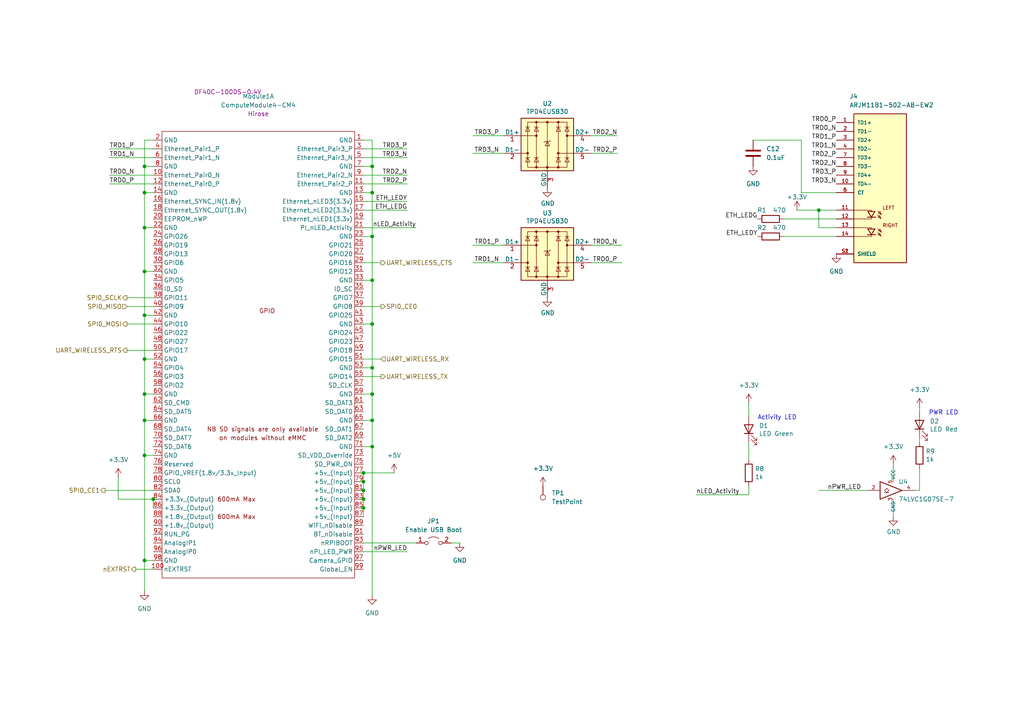
<source format=kicad_sch>
(kicad_sch (version 20211123) (generator eeschema)
  (paper "A4")
  (lib_symbols
    (symbol "ARJM11B1-502-AB-EW2:ARJM11B1-502-AB-EW2" (pin_names (offset 1.016))
      (property "Reference" "J" (at -7.62 24.13 0))
      (property "Value" "ARJM11B1-502-AB-EW2" (at -7.62 -22.86 0))
      (symbol "ARJM11B1-502-AB-EW2_0_0"
        (rectangle (start -7.62 -20.32) (end 7.62 22.86) (stroke (width 0.254)) (fill (type background)))
        (polyline (pts (xy -7.62 -10.16) (xy -2.54 -10.16)) (stroke (width 0.1524)))
        (polyline (pts (xy -7.62 -5.08) (xy -2.54 -5.08)) (stroke (width 0.1524)))
        (polyline (pts (xy -3.683 -12.192) (xy -2.54 -12.192)) (stroke (width 0.254)))
        (polyline (pts (xy -3.683 -7.112) (xy -2.54 -7.112)) (stroke (width 0.254)))
        (polyline (pts (xy -3.556 -10.541) (xy -2.54 -12.192)) (stroke (width 0.254)))
        (polyline (pts (xy -3.556 -10.541) (xy -1.524 -10.541)) (stroke (width 0.254)))
        (polyline (pts (xy -3.556 -5.461) (xy -2.54 -7.112)) (stroke (width 0.254)))
        (polyline (pts (xy -3.556 -5.461) (xy -1.524 -5.461)) (stroke (width 0.254)))
        (polyline (pts (xy -2.54 -12.7) (xy -7.62 -12.7)) (stroke (width 0.1524)))
        (polyline (pts (xy -2.54 -12.319) (xy -2.54 -12.7)) (stroke (width 0.1524)))
        (polyline (pts (xy -2.54 -12.192) (xy -1.524 -10.541)) (stroke (width 0.254)))
        (polyline (pts (xy -2.54 -12.192) (xy -1.27 -12.192)) (stroke (width 0.254)))
        (polyline (pts (xy -2.54 -10.16) (xy -2.54 -10.414)) (stroke (width 0.1524)))
        (polyline (pts (xy -2.54 -7.62) (xy -7.62 -7.62)) (stroke (width 0.1524)))
        (polyline (pts (xy -2.54 -7.239) (xy -2.54 -7.62)) (stroke (width 0.1524)))
        (polyline (pts (xy -2.54 -7.112) (xy -1.524 -5.461)) (stroke (width 0.254)))
        (polyline (pts (xy -2.54 -7.112) (xy -1.27 -7.112)) (stroke (width 0.254)))
        (polyline (pts (xy -2.54 -5.08) (xy -2.54 -5.334)) (stroke (width 0.1524)))
        (polyline (pts (xy -0.762 -11.557) (xy 0.254 -12.573)) (stroke (width 0.1524)))
        (polyline (pts (xy -0.762 -6.477) (xy 0.254 -7.493)) (stroke (width 0.1524)))
        (polyline (pts (xy -0.635 -10.414) (xy 0.381 -11.43)) (stroke (width 0.1524)))
        (polyline (pts (xy -0.635 -5.334) (xy 0.381 -6.35)) (stroke (width 0.1524)))
        (polyline (pts (xy 0.254 -12.573) (xy -0.127 -11.684) (xy -0.635 -12.192) (xy 0.254 -12.573)) (stroke (width 0.1524)) (fill (type background)))
        (polyline (pts (xy 0.254 -7.493) (xy -0.127 -6.604) (xy -0.635 -7.112) (xy 0.254 -7.493)) (stroke (width 0.1524)) (fill (type background)))
        (polyline (pts (xy 0.381 -11.43) (xy 0 -10.541) (xy -0.508 -11.049) (xy 0.381 -11.43)) (stroke (width 0.1524)) (fill (type background)))
        (polyline (pts (xy 0.381 -6.35) (xy 0 -5.461) (xy -0.508 -5.969) (xy 0.381 -6.35)) (stroke (width 0.1524)) (fill (type background)))
        (text "LEFT" (at 0.635 -3.81 0) (effects (font (size 1.016 1.016)) (justify left top)))
        (text "RIGHT" (at 0.635 -8.89 0) (effects (font (size 1.016 1.016)) (justify left top)))
        (pin passive line (at -12.7 20.32 0) (length 5.08) (name "TD1+") (number "1"))
        (pin passive line (at -12.7 2.54 0) (length 5.08) (name "TD4-") (number "10"))
        (pin passive line (at -12.7 -5.08 0) (length 5.08) (name "~") (number "11"))
        (pin passive line (at -12.7 -7.62 0) (length 5.08) (name "~") (number "12"))
        (pin passive line (at -12.7 -10.16 0) (length 5.08) (name "~") (number "13"))
        (pin passive line (at -12.7 -12.7 0) (length 5.08) (name "~") (number "14"))
        (pin passive line (at -12.7 17.78 0) (length 5.08) (name "TD1-") (number "2"))
        (pin passive line (at -12.7 15.24 0) (length 5.08) (name "TD2+") (number "3"))
        (pin passive line (at -12.7 12.7 0) (length 5.08) (name "TD2-") (number "4"))
        (pin passive line (at -12.7 0 0) (length 5.08) (name "CT") (number "5"))
        (pin passive line (at -12.7 0 0) (length 5.08) (name "CT") (number "6"))
        (pin passive line (at -12.7 10.16 0) (length 5.08) (name "TD3+") (number "7"))
        (pin passive line (at -12.7 7.62 0) (length 5.08) (name "TD3-") (number "8"))
        (pin passive line (at -12.7 5.08 0) (length 5.08) (name "TD4+") (number "9"))
        (pin passive line (at -12.7 -17.78 0) (length 5.08) (name "SHIELD") (number "S1"))
        (pin passive line (at -12.7 -17.78 0) (length 5.08) (name "SHIELD") (number "S2"))
      )
    )
    (symbol "CM4IO:74LVC1G07_copy"
      (property "Reference" "U" (at -2.54 3.81 0))
      (property "Value" "74LVC1G07_copy" (at 0 -3.81 0))
      (symbol "74LVC1G07_copy_0_1"
        (polyline (pts (xy -2.54 -0.635) (xy -1.27 -0.635)))
        (polyline (pts (xy -3.81 2.54) (xy -3.81 -2.54) (xy 2.54 0) (xy -3.81 2.54)) (stroke (width 0.254)))
        (polyline (pts (xy -1.905 0.635) (xy -2.54 0) (xy -1.905 -0.635) (xy -1.27 0) (xy -1.905 0.635)))
      )
      (symbol "74LVC1G07_copy_1_1"
        (pin input line (at -7.62 0 0) (length 3.81) (name "~") (number "2"))
        (pin power_in line (at 0 -2.54 270) (length 0) (name "GND") (number "3"))
        (pin open_collector line (at 6.35 0 180) (length 3.81) (name "~") (number "4"))
        (pin power_in line (at 0 2.54 90) (length 0) (name "VCC") (number "5"))
      )
    )
    (symbol "CM4IO:ComputeModule4-CM4"
      (property "Reference" "Module" (at 113.03 -68.58 0))
      (property "Value" "ComputeModule4-CM4" (at 140.97 2.54 0))
      (property "Field4" "Hirose" (at 0 0 0))
      (property "Field5" "2x DF40C-100DS-0.4V" (at 0 -2.54 0))
      (symbol "ComputeModule4-CM4_1_0"
        (text "GPIO" (at 0 6.35 0) (effects (font (size 1.27 1.27))))
      )
      (symbol "ComputeModule4-CM4_1_1"
        (rectangle (start -30.48 -71.12) (end 25.4 58.42))
        (text "600mA Max" (at -8.89 -53.34 0) (effects (font (size 1.27 1.27))))
        (text "600mA Max" (at -8.89 -48.26 0) (effects (font (size 1.27 1.27))))
        (text "NB SD signals are only available" (at -1.27 -27.94 0) (effects (font (size 1.27 1.27))))
        (text "on modules without eMMC" (at -1.27 -30.48 0) (effects (font (size 1.27 1.27))))
        (pin power_in line (at 27.94 55.88 180) (length 2.54) (name "GND") (number "1"))
        (pin passive line (at -33.02 45.72 0) (length 2.54) (name "Ethernet_Pair0_N") (number "10"))
        (pin output line (at -33.02 -68.58 0) (length 2.54) (name "nEXTRST") (number "100"))
        (pin passive line (at 27.94 43.18 180) (length 2.54) (name "Ethernet_Pair2_P") (number "11"))
        (pin passive line (at -33.02 43.18 0) (length 2.54) (name "Ethernet_Pair0_P") (number "12"))
        (pin power_in line (at 27.94 40.64 180) (length 2.54) (name "GND") (number "13"))
        (pin power_in line (at -33.02 40.64 0) (length 2.54) (name "GND") (number "14"))
        (pin output line (at 27.94 38.1 180) (length 2.54) (name "Ethernet_nLED3(3.3v)") (number "15"))
        (pin input line (at -33.02 38.1 0) (length 2.54) (name "Ethernet_SYNC_IN(1.8v)") (number "16"))
        (pin output line (at 27.94 35.56 180) (length 2.54) (name "Ethernet_nLED2(3.3v)") (number "17"))
        (pin input line (at -33.02 35.56 0) (length 2.54) (name "Ethernet_SYNC_OUT(1.8v)") (number "18"))
        (pin output line (at 27.94 33.02 180) (length 2.54) (name "Ethernet_nLED1(3.3v)") (number "19"))
        (pin power_in line (at -33.02 55.88 0) (length 2.54) (name "GND") (number "2"))
        (pin passive line (at -33.02 33.02 0) (length 2.54) (name "EEPROM_nWP") (number "20"))
        (pin open_collector line (at 27.94 30.48 180) (length 2.54) (name "PI_nLED_Activity") (number "21"))
        (pin power_in line (at -33.02 30.48 0) (length 2.54) (name "GND") (number "22"))
        (pin power_in line (at 27.94 27.94 180) (length 2.54) (name "GND") (number "23"))
        (pin passive line (at -33.02 27.94 0) (length 2.54) (name "GPIO26") (number "24"))
        (pin passive line (at 27.94 25.4 180) (length 2.54) (name "GPIO21") (number "25"))
        (pin passive line (at -33.02 25.4 0) (length 2.54) (name "GPIO19") (number "26"))
        (pin passive line (at 27.94 22.86 180) (length 2.54) (name "GPIO20") (number "27"))
        (pin passive line (at -33.02 22.86 0) (length 2.54) (name "GPIO13") (number "28"))
        (pin passive line (at 27.94 20.32 180) (length 2.54) (name "GPIO16") (number "29"))
        (pin passive line (at 27.94 53.34 180) (length 2.54) (name "Ethernet_Pair3_P") (number "3"))
        (pin passive line (at -33.02 20.32 0) (length 2.54) (name "GPIO6") (number "30"))
        (pin passive line (at 27.94 17.78 180) (length 2.54) (name "GPIO12") (number "31"))
        (pin power_in line (at -33.02 17.78 0) (length 2.54) (name "GND") (number "32"))
        (pin power_in line (at 27.94 15.24 180) (length 2.54) (name "GND") (number "33"))
        (pin passive line (at -33.02 15.24 0) (length 2.54) (name "GPIO5") (number "34"))
        (pin passive line (at 27.94 12.7 180) (length 2.54) (name "ID_SC") (number "35"))
        (pin passive line (at -33.02 12.7 0) (length 2.54) (name "ID_SD") (number "36"))
        (pin passive line (at 27.94 10.16 180) (length 2.54) (name "GPIO7") (number "37"))
        (pin passive line (at -33.02 10.16 0) (length 2.54) (name "GPIO11") (number "38"))
        (pin passive line (at 27.94 7.62 180) (length 2.54) (name "GPIO8") (number "39"))
        (pin passive line (at -33.02 53.34 0) (length 2.54) (name "Ethernet_Pair1_P") (number "4"))
        (pin passive line (at -33.02 7.62 0) (length 2.54) (name "GPIO9") (number "40"))
        (pin passive line (at 27.94 5.08 180) (length 2.54) (name "GPIO25") (number "41"))
        (pin power_in line (at -33.02 5.08 0) (length 2.54) (name "GND") (number "42"))
        (pin power_in line (at 27.94 2.54 180) (length 2.54) (name "GND") (number "43"))
        (pin passive line (at -33.02 2.54 0) (length 2.54) (name "GPIO10") (number "44"))
        (pin passive line (at 27.94 0 180) (length 2.54) (name "GPIO24") (number "45"))
        (pin passive line (at -33.02 0 0) (length 2.54) (name "GPIO22") (number "46"))
        (pin passive line (at 27.94 -2.54 180) (length 2.54) (name "GPIO23") (number "47"))
        (pin passive line (at -33.02 -2.54 0) (length 2.54) (name "GPIO27") (number "48"))
        (pin passive line (at 27.94 -5.08 180) (length 2.54) (name "GPIO18") (number "49"))
        (pin passive line (at 27.94 50.8 180) (length 2.54) (name "Ethernet_Pair3_N") (number "5"))
        (pin passive line (at -33.02 -5.08 0) (length 2.54) (name "GPIO17") (number "50"))
        (pin passive line (at 27.94 -7.62 180) (length 2.54) (name "GPIO15") (number "51"))
        (pin power_in line (at -33.02 -7.62 0) (length 2.54) (name "GND") (number "52"))
        (pin power_in line (at 27.94 -10.16 180) (length 2.54) (name "GND") (number "53"))
        (pin passive line (at -33.02 -10.16 0) (length 2.54) (name "GPIO4") (number "54"))
        (pin passive line (at 27.94 -12.7 180) (length 2.54) (name "GPIO14") (number "55"))
        (pin passive line (at -33.02 -12.7 0) (length 2.54) (name "GPIO3") (number "56"))
        (pin passive line (at 27.94 -15.24 180) (length 2.54) (name "SD_CLK") (number "57"))
        (pin passive line (at -33.02 -15.24 0) (length 2.54) (name "GPIO2") (number "58"))
        (pin power_in line (at 27.94 -17.78 180) (length 2.54) (name "GND") (number "59"))
        (pin passive line (at -33.02 50.8 0) (length 2.54) (name "Ethernet_Pair1_N") (number "6"))
        (pin power_in line (at -33.02 -17.78 0) (length 2.54) (name "GND") (number "60"))
        (pin passive line (at 27.94 -20.32 180) (length 2.54) (name "SD_DAT3") (number "61"))
        (pin passive line (at -33.02 -20.32 0) (length 2.54) (name "SD_CMD") (number "62"))
        (pin passive line (at 27.94 -22.86 180) (length 2.54) (name "SD_DAT0") (number "63"))
        (pin passive line (at -33.02 -22.86 0) (length 2.54) (name "SD_DAT5") (number "64"))
        (pin power_in line (at 27.94 -25.4 180) (length 2.54) (name "GND") (number "65"))
        (pin power_in line (at -33.02 -25.4 0) (length 2.54) (name "GND") (number "66"))
        (pin passive line (at 27.94 -27.94 180) (length 2.54) (name "SD_DAT1") (number "67"))
        (pin passive line (at -33.02 -27.94 0) (length 2.54) (name "SD_DAT4") (number "68"))
        (pin passive line (at 27.94 -30.48 180) (length 2.54) (name "SD_DAT2") (number "69"))
        (pin power_in line (at 27.94 48.26 180) (length 2.54) (name "GND") (number "7"))
        (pin passive line (at -33.02 -30.48 0) (length 2.54) (name "SD_DAT7") (number "70"))
        (pin power_in line (at 27.94 -33.02 180) (length 2.54) (name "GND") (number "71"))
        (pin passive line (at -33.02 -33.02 0) (length 2.54) (name "SD_DAT6") (number "72"))
        (pin input line (at 27.94 -35.56 180) (length 2.54) (name "SD_VDD_Override") (number "73"))
        (pin power_in line (at -33.02 -35.56 0) (length 2.54) (name "GND") (number "74"))
        (pin output line (at 27.94 -38.1 180) (length 2.54) (name "SD_PWR_ON") (number "75"))
        (pin passive line (at -33.02 -38.1 0) (length 2.54) (name "Reserved") (number "76"))
        (pin power_in line (at 27.94 -40.64 180) (length 2.54) (name "+5v_(Input)") (number "77"))
        (pin power_in line (at -33.02 -40.64 0) (length 2.54) (name "GPIO_VREF(1.8v/3.3v_Input)") (number "78"))
        (pin power_in line (at 27.94 -43.18 180) (length 2.54) (name "+5v_(Input)") (number "79"))
        (pin power_in line (at -33.02 48.26 0) (length 2.54) (name "GND") (number "8"))
        (pin passive line (at -33.02 -43.18 0) (length 2.54) (name "SCL0") (number "80"))
        (pin power_in line (at 27.94 -45.72 180) (length 2.54) (name "+5v_(Input)") (number "81"))
        (pin passive line (at -33.02 -45.72 0) (length 2.54) (name "SDA0") (number "82"))
        (pin power_in line (at 27.94 -48.26 180) (length 2.54) (name "+5v_(Input)") (number "83"))
        (pin power_out line (at -33.02 -48.26 0) (length 2.54) (name "+3.3v_(Output)") (number "84"))
        (pin power_in line (at 27.94 -50.8 180) (length 2.54) (name "+5v_(Input)") (number "85"))
        (pin power_out line (at -33.02 -50.8 0) (length 2.54) (name "+3.3v_(Output)") (number "86"))
        (pin power_in line (at 27.94 -53.34 180) (length 2.54) (name "+5v_(Input)") (number "87"))
        (pin power_out line (at -33.02 -53.34 0) (length 2.54) (name "+1.8v_(Output)") (number "88"))
        (pin power_in line (at 27.94 -55.88 180) (length 2.54) (name "WiFi_nDisable") (number "89"))
        (pin passive line (at 27.94 45.72 180) (length 2.54) (name "Ethernet_Pair2_N") (number "9"))
        (pin power_out line (at -33.02 -55.88 0) (length 2.54) (name "+1.8v_(Output)") (number "90"))
        (pin power_in line (at 27.94 -58.42 180) (length 2.54) (name "BT_nDisable") (number "91"))
        (pin passive line (at -33.02 -58.42 0) (length 2.54) (name "RUN_PG") (number "92"))
        (pin input line (at 27.94 -60.96 180) (length 2.54) (name "nRPIBOOT") (number "93"))
        (pin passive line (at -33.02 -60.96 0) (length 2.54) (name "AnalogIP1") (number "94"))
        (pin output line (at 27.94 -63.5 180) (length 2.54) (name "nPI_LED_PWR") (number "95"))
        (pin passive line (at -33.02 -63.5 0) (length 2.54) (name "AnalogIP0") (number "96"))
        (pin passive line (at 27.94 -66.04 180) (length 2.54) (name "Camera_GPIO") (number "97"))
        (pin power_in line (at -33.02 -66.04 0) (length 2.54) (name "GND") (number "98"))
        (pin input line (at 27.94 -68.58 180) (length 2.54) (name "Global_EN") (number "99"))
      )
      (symbol "ComputeModule4-CM4_2_1"
        (rectangle (start 114.3 -66.04) (end 165.1 63.5))
        (text "High Speed Serial" (at 140.97 0 0) (effects (font (size 1.27 1.27))))
        (pin input line (at 170.18 60.96 180) (length 5.08) (name "USB_OTG_ID") (number "101"))
        (pin input line (at 109.22 60.96 0) (length 5.08) (name "PCIe_CLK_nREQ") (number "102"))
        (pin passive line (at 170.18 58.42 180) (length 5.08) (name "USB2_N") (number "103"))
        (pin passive line (at 109.22 58.42 0) (length 5.08) (name "Reserved") (number "104"))
        (pin passive line (at 170.18 55.88 180) (length 5.08) (name "USB2_P") (number "105"))
        (pin passive line (at 109.22 55.88 0) (length 5.08) (name "Reserved") (number "106"))
        (pin power_in line (at 170.18 53.34 180) (length 5.08) (name "GND") (number "107"))
        (pin power_in line (at 109.22 53.34 0) (length 5.08) (name "GND") (number "108"))
        (pin bidirectional line (at 170.18 50.8 180) (length 5.08) (name "PCIe_nRST") (number "109"))
        (pin output line (at 109.22 50.8 0) (length 5.08) (name "PCIe_CLK_P") (number "110"))
        (pin passive line (at 170.18 48.26 180) (length 5.08) (name "VDAC_COMP") (number "111"))
        (pin output line (at 109.22 48.26 0) (length 5.08) (name "PCIe_CLK_N") (number "112"))
        (pin power_in line (at 170.18 45.72 180) (length 5.08) (name "GND") (number "113"))
        (pin power_in line (at 109.22 45.72 0) (length 5.08) (name "GND") (number "114"))
        (pin input line (at 170.18 43.18 180) (length 5.08) (name "CAM1_D0_N") (number "115"))
        (pin input line (at 109.22 43.18 0) (length 5.08) (name "PCIe_RX_P") (number "116"))
        (pin input line (at 170.18 40.64 180) (length 5.08) (name "CAM1_D0_P") (number "117"))
        (pin input line (at 109.22 40.64 0) (length 5.08) (name "PCIe_RX_N") (number "118"))
        (pin power_in line (at 170.18 38.1 180) (length 5.08) (name "GND") (number "119"))
        (pin power_in line (at 109.22 38.1 0) (length 5.08) (name "GND") (number "120"))
        (pin input line (at 170.18 35.56 180) (length 5.08) (name "CAM1_D1_N") (number "121"))
        (pin output line (at 109.22 35.56 0) (length 5.08) (name "PCIe_TX_P") (number "122"))
        (pin input line (at 170.18 33.02 180) (length 5.08) (name "CAM1_D1_P") (number "123"))
        (pin output line (at 109.22 33.02 0) (length 5.08) (name "PCIe_TX_N") (number "124"))
        (pin power_in line (at 170.18 30.48 180) (length 5.08) (name "GND") (number "125"))
        (pin power_in line (at 109.22 30.48 0) (length 5.08) (name "GND") (number "126"))
        (pin input line (at 170.18 27.94 180) (length 5.08) (name "CAM1_C_N") (number "127"))
        (pin input line (at 109.22 27.94 0) (length 5.08) (name "CAM0_D0_N") (number "128"))
        (pin input line (at 170.18 25.4 180) (length 5.08) (name "CAM1_C_P") (number "129"))
        (pin input line (at 109.22 25.4 0) (length 5.08) (name "CAM0_D0_P") (number "130"))
        (pin power_in line (at 170.18 22.86 180) (length 5.08) (name "GND") (number "131"))
        (pin power_in line (at 109.22 22.86 0) (length 5.08) (name "GND") (number "132"))
        (pin input line (at 170.18 20.32 180) (length 5.08) (name "CAM1_D2_N") (number "133"))
        (pin input line (at 109.22 20.32 0) (length 5.08) (name "CAM0_D1_N") (number "134"))
        (pin input line (at 170.18 17.78 180) (length 5.08) (name "CAM1_D2_P") (number "135"))
        (pin input line (at 109.22 17.78 0) (length 5.08) (name "CAM0_D1_P") (number "136"))
        (pin power_in line (at 170.18 15.24 180) (length 5.08) (name "GND") (number "137"))
        (pin power_in line (at 109.22 15.24 0) (length 5.08) (name "GND") (number "138"))
        (pin input line (at 170.18 12.7 180) (length 5.08) (name "CAM1_D3_N") (number "139"))
        (pin input line (at 109.22 12.7 0) (length 5.08) (name "CAM0_C_N") (number "140"))
        (pin input line (at 170.18 10.16 180) (length 5.08) (name "CAM1_D3_P") (number "141"))
        (pin input line (at 109.22 10.16 0) (length 5.08) (name "CAM0_C_P") (number "142"))
        (pin input line (at 170.18 7.62 180) (length 5.08) (name "HDMI1_HOTPLUG") (number "143"))
        (pin power_in line (at 109.22 7.62 0) (length 5.08) (name "GND") (number "144"))
        (pin bidirectional line (at 170.18 5.08 180) (length 5.08) (name "HDMI1_SDA") (number "145"))
        (pin output line (at 109.22 5.08 0) (length 5.08) (name "HDMI1_TX2_P") (number "146"))
        (pin open_collector line (at 170.18 2.54 180) (length 5.08) (name "HDMI1_SCL") (number "147"))
        (pin output line (at 109.22 2.54 0) (length 5.08) (name "HDMI1_TX2_N") (number "148"))
        (pin open_collector line (at 170.18 0 180) (length 5.08) (name "HDMI1_CEC") (number "149"))
        (pin power_in line (at 109.22 0 0) (length 5.08) (name "GND") (number "150"))
        (pin open_collector line (at 170.18 -2.54 180) (length 5.08) (name "HDMI0_CEC") (number "151"))
        (pin output line (at 109.22 -2.54 0) (length 5.08) (name "HDMI1_TX1_P") (number "152"))
        (pin input line (at 170.18 -5.08 180) (length 5.08) (name "HDMI0_HOTPLUG") (number "153"))
        (pin output line (at 109.22 -5.08 0) (length 5.08) (name "HDMI1_TX1_N") (number "154"))
        (pin power_in line (at 170.18 -7.62 180) (length 5.08) (name "GND") (number "155"))
        (pin power_in line (at 109.22 -7.62 0) (length 5.08) (name "GND") (number "156"))
        (pin output line (at 170.18 -10.16 180) (length 5.08) (name "DSI0_D0_N") (number "157"))
        (pin output line (at 109.22 -10.16 0) (length 5.08) (name "HDMI1_TX0_P") (number "158"))
        (pin output line (at 170.18 -12.7 180) (length 5.08) (name "DSI0_D0_P") (number "159"))
        (pin output line (at 109.22 -12.7 0) (length 5.08) (name "HDMI1_TX0_N") (number "160"))
        (pin power_in line (at 170.18 -15.24 180) (length 5.08) (name "GND") (number "161"))
        (pin power_in line (at 109.22 -15.24 0) (length 5.08) (name "GND") (number "162"))
        (pin output line (at 170.18 -17.78 180) (length 5.08) (name "DSI0_D1_N") (number "163"))
        (pin output line (at 109.22 -17.78 0) (length 5.08) (name "HDMI1_CLK_P") (number "164"))
        (pin output line (at 170.18 -20.32 180) (length 5.08) (name "DSI0_D1_P") (number "165"))
        (pin output line (at 109.22 -20.32 0) (length 5.08) (name "HDMI1_CLK_N") (number "166"))
        (pin power_in line (at 170.18 -22.86 180) (length 5.08) (name "GND") (number "167"))
        (pin power_in line (at 109.22 -22.86 0) (length 5.08) (name "GND") (number "168"))
        (pin output line (at 170.18 -25.4 180) (length 5.08) (name "DSI0_C_N") (number "169"))
        (pin output line (at 109.22 -25.4 0) (length 5.08) (name "HDMI0_TX2_P") (number "170"))
        (pin output line (at 170.18 -27.94 180) (length 5.08) (name "DSI0_C_P") (number "171"))
        (pin output line (at 109.22 -27.94 0) (length 5.08) (name "HDMI0_TX2_N") (number "172"))
        (pin power_in line (at 170.18 -30.48 180) (length 5.08) (name "GND") (number "173"))
        (pin power_in line (at 109.22 -30.48 0) (length 5.08) (name "GND") (number "174"))
        (pin output line (at 170.18 -33.02 180) (length 5.08) (name "DSI1_D0_N") (number "175"))
        (pin output line (at 109.22 -33.02 0) (length 5.08) (name "HDMI0_TX1_P") (number "176"))
        (pin output line (at 170.18 -35.56 180) (length 5.08) (name "DSI1_D0_P") (number "177"))
        (pin output line (at 109.22 -35.56 0) (length 5.08) (name "HDMI0_TX1_N") (number "178"))
        (pin power_in line (at 170.18 -38.1 180) (length 5.08) (name "GND") (number "179"))
        (pin power_in line (at 109.22 -38.1 0) (length 5.08) (name "GND") (number "180"))
        (pin output line (at 170.18 -40.64 180) (length 5.08) (name "DSI1_D1_N") (number "181"))
        (pin output line (at 109.22 -40.64 0) (length 5.08) (name "HDMI0_TX0_P") (number "182"))
        (pin output line (at 170.18 -43.18 180) (length 5.08) (name "DSI1_D1_P") (number "183"))
        (pin output line (at 109.22 -43.18 0) (length 5.08) (name "HDMI0_TX0_N") (number "184"))
        (pin power_in line (at 170.18 -45.72 180) (length 5.08) (name "GND") (number "185"))
        (pin power_in line (at 109.22 -45.72 0) (length 5.08) (name "GND") (number "186"))
        (pin output line (at 170.18 -48.26 180) (length 5.08) (name "DSI1_C_N") (number "187"))
        (pin output line (at 109.22 -48.26 0) (length 5.08) (name "HDMI0_CLK_P") (number "188"))
        (pin output line (at 170.18 -50.8 180) (length 5.08) (name "DSI1_C_P") (number "189"))
        (pin output line (at 109.22 -50.8 0) (length 5.08) (name "HDMI0_CLK_N") (number "190"))
        (pin power_in line (at 170.18 -53.34 180) (length 5.08) (name "GND") (number "191"))
        (pin power_in line (at 109.22 -53.34 0) (length 5.08) (name "GND") (number "192"))
        (pin output line (at 170.18 -55.88 180) (length 5.08) (name "DSI1_D2_N") (number "193"))
        (pin output line (at 109.22 -55.88 0) (length 5.08) (name "DSI1_D3_N") (number "194"))
        (pin output line (at 170.18 -58.42 180) (length 5.08) (name "DSI1_D2_P") (number "195"))
        (pin output line (at 109.22 -58.42 0) (length 5.08) (name "DSI1_D3_P") (number "196"))
        (pin power_in line (at 170.18 -60.96 180) (length 5.08) (name "GND") (number "197"))
        (pin power_in line (at 109.22 -60.96 0) (length 5.08) (name "GND") (number "198"))
        (pin bidirectional line (at 170.18 -63.5 180) (length 5.08) (name "HDMI0_SDA") (number "199"))
        (pin open_collector line (at 109.22 -63.5 0) (length 5.08) (name "HDMI0_SCL") (number "200"))
      )
    )
    (symbol "CM4IO:TPD4EUSB30" (pin_names (offset 0))
      (property "Reference" "U" (at -0.635 8.89 0))
      (property "Value" "TPD4EUSB30" (at 8.89 -10.16 0))
      (symbol "TPD4EUSB30_0_0"
        (rectangle (start -5.715 6.477) (end 5.715 -6.604))
        (polyline (pts (xy -3.175 -6.604) (xy -3.175 6.477)))
        (polyline (pts (xy 0 6.477) (xy 0 -6.604)))
        (polyline (pts (xy 3.175 6.477) (xy 3.175 -6.604)))
      )
      (symbol "TPD4EUSB30_0_1"
        (rectangle (start -7.62 7.62) (end 7.62 -7.62) (stroke (width 0.254)) (fill (type background)))
        (circle (center -5.715 -2.54) (radius 0.2794) (fill (type outline)))
        (circle (center -3.175 -6.604) (radius 0.2794) (fill (type outline)))
        (circle (center -3.175 2.54) (radius 0.2794) (fill (type outline)))
        (circle (center -3.175 6.477) (radius 0.2794) (fill (type outline)))
        (circle (center 0 -6.604) (radius 0.2794) (fill (type outline)))
        (polyline (pts (xy -7.747 2.54) (xy -3.175 2.54)))
        (polyline (pts (xy -7.62 -2.54) (xy -5.715 -2.54)))
        (polyline (pts (xy -5.08 -3.81) (xy -6.35 -3.81)))
        (polyline (pts (xy -5.08 5.08) (xy -6.35 5.08)))
        (polyline (pts (xy -2.54 -3.81) (xy -3.81 -3.81)))
        (polyline (pts (xy -2.54 5.08) (xy -3.81 5.08)))
        (polyline (pts (xy -0.635 0.889) (xy -1.016 0.635)))
        (polyline (pts (xy 0 -6.604) (xy 0 -7.62)))
        (polyline (pts (xy 0.635 0.889) (xy -0.635 0.889)))
        (polyline (pts (xy 0.635 0.889) (xy 1.016 1.143)))
        (polyline (pts (xy 3.81 -3.81) (xy 2.54 -3.81)))
        (polyline (pts (xy 3.81 5.08) (xy 2.54 5.08)))
        (polyline (pts (xy 6.35 -3.81) (xy 5.08 -3.81)))
        (polyline (pts (xy 6.35 5.08) (xy 5.08 5.08)))
        (polyline (pts (xy 7.62 -2.54) (xy 3.175 -2.54)))
        (polyline (pts (xy 7.62 2.54) (xy 5.715 2.54)))
        (polyline (pts (xy -5.08 -5.08) (xy -6.35 -5.08) (xy -5.715 -3.81) (xy -5.08 -5.08)))
        (polyline (pts (xy -5.08 3.81) (xy -6.35 3.81) (xy -5.715 5.08) (xy -5.08 3.81)))
        (polyline (pts (xy -2.54 -5.08) (xy -3.81 -5.08) (xy -3.175 -3.81) (xy -2.54 -5.08)))
        (polyline (pts (xy -2.54 3.81) (xy -3.81 3.81) (xy -3.175 5.08) (xy -2.54 3.81)))
        (polyline (pts (xy 0.635 -0.381) (xy -0.635 -0.381) (xy 0 0.889) (xy 0.635 -0.381)))
        (polyline (pts (xy 3.81 -5.08) (xy 2.54 -5.08) (xy 3.175 -3.81) (xy 3.81 -5.08)))
        (polyline (pts (xy 3.81 3.81) (xy 2.54 3.81) (xy 3.175 5.08) (xy 3.81 3.81)))
        (polyline (pts (xy 6.35 -5.08) (xy 5.08 -5.08) (xy 5.715 -3.81) (xy 6.35 -5.08)))
        (polyline (pts (xy 6.35 3.81) (xy 5.08 3.81) (xy 5.715 5.08) (xy 6.35 3.81)))
        (circle (center 0 6.477) (radius 0.2794) (fill (type outline)))
        (circle (center 3.175 -6.604) (radius 0.2794) (fill (type outline)))
        (circle (center 3.175 -2.54) (radius 0.2794) (fill (type outline)))
        (circle (center 3.175 6.477) (radius 0.2794) (fill (type outline)))
        (circle (center 5.715 2.54) (radius 0.2794) (fill (type outline)))
      )
      (symbol "TPD4EUSB30_1_1"
        (pin passive line (at -12.7 2.54 0) (length 5.08) (name "D1+") (number "1"))
        (pin passive line (at -12.7 2.54 0) (length 5.08) hide (name "~") (number "10"))
        (pin passive line (at -12.7 -2.54 0) (length 5.08) (name "D1-") (number "2"))
        (pin power_in line (at 0 -12.7 90) (length 5.08) (name "GND") (number "3"))
        (pin passive line (at 12.7 2.54 180) (length 5.08) (name "D2+") (number "4"))
        (pin passive line (at 12.7 -2.54 180) (length 5.08) (name "D2-") (number "5"))
        (pin passive line (at 12.7 -2.54 180) (length 5.08) hide (name "~") (number "6"))
        (pin passive line (at 12.7 2.54 180) (length 5.08) hide (name "~") (number "7"))
        (pin passive line (at 0 -12.7 90) (length 5.08) hide (name "GND") (number "8"))
        (pin passive line (at -12.7 -2.54 0) (length 5.08) hide (name "~") (number "9"))
      )
    )
    (symbol "Connector:TestPoint" (pin_numbers hide) (pin_names (offset 0.762) hide)
      (property "Reference" "TP" (at 0 6.858 0))
      (property "Value" "TestPoint" (at 0 5.08 0))
      (symbol "TestPoint_0_1"
        (circle (center 0 3.302) (radius 0.762))
      )
      (symbol "TestPoint_1_1"
        (pin passive line (at 0 0 90) (length 2.54) (name "1") (number "1"))
      )
    )
    (symbol "Device:C" (pin_numbers hide) (pin_names (offset 0.254))
      (property "Reference" "C" (at 0.635 2.54 0))
      (property "Value" "C" (at 0.635 -2.54 0))
      (symbol "C_0_1"
        (polyline (pts (xy -2.032 -0.762) (xy 2.032 -0.762)) (stroke (width 0.508)))
        (polyline (pts (xy -2.032 0.762) (xy 2.032 0.762)) (stroke (width 0.508)))
      )
      (symbol "C_1_1"
        (pin passive line (at 0 3.81 270) (length 2.794) (name "~") (number "1"))
        (pin passive line (at 0 -3.81 90) (length 2.794) (name "~") (number "2"))
      )
    )
    (symbol "Device:LED" (pin_numbers hide) (pin_names (offset 1.016) hide)
      (property "Reference" "D" (at 0 2.54 0))
      (property "Value" "LED" (at 0 -2.54 0))
      (symbol "LED_0_1"
        (polyline (pts (xy -1.27 -1.27) (xy -1.27 1.27)) (stroke (width 0.254)))
        (polyline (pts (xy -1.27 0) (xy 1.27 0)))
        (polyline (pts (xy 1.27 -1.27) (xy 1.27 1.27) (xy -1.27 0) (xy 1.27 -1.27)) (stroke (width 0.254)))
        (polyline (pts (xy -3.048 -0.762) (xy -4.572 -2.286) (xy -3.81 -2.286) (xy -4.572 -2.286) (xy -4.572 -1.524)))
        (polyline (pts (xy -1.778 -0.762) (xy -3.302 -2.286) (xy -2.54 -2.286) (xy -3.302 -2.286) (xy -3.302 -1.524)))
      )
      (symbol "LED_1_1"
        (pin passive line (at -3.81 0 0) (length 2.54) (name "K") (number "1"))
        (pin passive line (at 3.81 0 180) (length 2.54) (name "A") (number "2"))
      )
    )
    (symbol "Device:R" (pin_numbers hide) (pin_names (offset 0))
      (property "Reference" "R" (at 2.032 0 90))
      (property "Value" "R" (at 0 0 90))
      (symbol "R_0_1"
        (rectangle (start -1.016 -2.54) (end 1.016 2.54) (stroke (width 0.254)))
      )
      (symbol "R_1_1"
        (pin passive line (at 0 3.81 270) (length 1.27) (name "~") (number "1"))
        (pin passive line (at 0 -3.81 90) (length 1.27) (name "~") (number "2"))
      )
    )
    (symbol "Jumper:Jumper_2_Open" (pin_names (offset 0) hide)
      (property "Reference" "JP" (at 0 2.794 0))
      (property "Value" "Jumper_2_Open" (at 0 -2.286 0))
      (symbol "Jumper_2_Open_0_0"
        (circle (center -2.032 0) (radius 0.508))
        (circle (center 2.032 0) (radius 0.508))
      )
      (symbol "Jumper_2_Open_0_1"
        (arc (start 1.524 1.27) (mid 0 1.778) (end -1.524 1.27))
      )
      (symbol "Jumper_2_Open_1_1"
        (pin passive line (at -5.08 0 0) (length 2.54) (name "A") (number "1"))
        (pin passive line (at 5.08 0 180) (length 2.54) (name "B") (number "2"))
      )
    )
    (symbol "power:+3.3V" (power) (pin_names (offset 0))
      (property "Value" "+3.3V" (at 0 3.556 0))
      (symbol "+3.3V_0_1"
        (polyline (pts (xy -0.762 1.27) (xy 0 2.54)))
        (polyline (pts (xy 0 0) (xy 0 2.54)))
        (polyline (pts (xy 0 2.54) (xy 0.762 1.27)))
      )
      (symbol "+3.3V_1_1"
        (pin power_in line (at 0 0 90) (length 0) hide (name "+3.3V") (number "1"))
      )
    )
    (symbol "power:+5V" (power) (pin_names (offset 0))
      (property "Value" "+5V" (at 0 3.556 0))
      (symbol "+5V_0_1"
        (polyline (pts (xy -0.762 1.27) (xy 0 2.54)))
        (polyline (pts (xy 0 0) (xy 0 2.54)))
        (polyline (pts (xy 0 2.54) (xy 0.762 1.27)))
      )
      (symbol "+5V_1_1"
        (pin power_in line (at 0 0 90) (length 0) hide (name "+5V") (number "1"))
      )
    )
    (symbol "power:GND" (power) (pin_names (offset 0))
      (property "Value" "GND" (at 0 -3.81 0))
      (symbol "GND_0_1"
        (polyline (pts (xy 0 0) (xy 0 -1.27) (xy 1.27 -1.27) (xy 0 -2.54) (xy -1.27 -1.27) (xy 0 -1.27)))
      )
      (symbol "GND_1_1"
        (pin power_in line (at 0 0 270) (length 0) hide (name "GND") (number "1"))
      )
    )
  )
  (junction (at 41.91 114.3))
  (junction (at 41.91 48.26))
  (junction (at 44.45 144.78))
  (junction (at 105.41 147.32))
  (junction (at 107.95 81.28))
  (junction (at 41.91 162.56))
  (junction (at 107.95 114.3))
  (junction (at 105.41 144.78))
  (junction (at 107.95 129.54))
  (junction (at 41.91 91.44))
  (junction (at 41.91 121.92))
  (junction (at 105.41 139.7))
  (junction (at 105.41 137.16))
  (junction (at 107.95 121.92))
  (junction (at 107.95 93.98))
  (junction (at 41.91 132.08))
  (junction (at 107.95 55.88))
  (junction (at 41.91 104.14))
  (junction (at 41.91 55.88))
  (junction (at 107.95 68.58))
  (junction (at 41.91 66.04))
  (junction (at 237.49 60.96))
  (junction (at 41.91 78.74))
  (junction (at 107.95 106.68))
  (junction (at 107.95 48.26))
  (junction (at 105.41 142.24))
  (wire (pts (xy 105.41 142.24) (xy 105.41 139.7)))
  (wire (pts (xy 41.91 91.44) (xy 44.45 91.44)))
  (wire (pts (xy 137.16 71.12) (xy 146.05 71.12)))
  (wire (pts (xy 107.95 106.68) (xy 107.95 114.3)))
  (wire (pts (xy 39.37 165.1) (xy 44.45 165.1)))
  (wire (pts (xy 30.48 142.24) (xy 44.45 142.24)))
  (wire (pts (xy 36.83 93.98) (xy 44.45 93.98)))
  (wire (pts (xy 105.41 157.48) (xy 120.65 157.48)))
  (wire (pts (xy 41.91 66.04) (xy 44.45 66.04)))
  (wire (pts (xy 31.75 53.34) (xy 44.45 53.34)))
  (wire (pts (xy 41.91 66.04) (xy 41.91 78.74)))
  (wire (pts (xy 41.91 48.26) (xy 41.91 55.88)))
  (wire (pts (xy 41.91 78.74) (xy 44.45 78.74)))
  (wire (pts (xy 118.11 60.96) (xy 105.41 60.96)))
  (wire (pts (xy 217.17 120.65) (xy 217.17 116.84)))
  (wire (pts (xy 237.49 142.24) (xy 251.46 142.24)))
  (wire (pts (xy 36.83 86.36) (xy 44.45 86.36)))
  (wire (pts (xy 171.45 39.37) (xy 179.07 39.37)))
  (wire (pts (xy 41.91 162.56) (xy 44.45 162.56)))
  (wire (pts (xy 31.75 50.8) (xy 44.45 50.8)))
  (wire (pts (xy 105.41 147.32) (xy 105.41 144.78)))
  (wire (pts (xy 34.29 144.78) (xy 44.45 144.78)))
  (wire (pts (xy 107.95 114.3) (xy 107.95 121.92)))
  (wire (pts (xy 118.11 58.42) (xy 105.41 58.42)))
  (wire (pts (xy 44.45 40.64) (xy 41.91 40.64)))
  (wire (pts (xy 171.45 76.2) (xy 180.34 76.2)))
  (wire (pts (xy 118.11 43.18) (xy 105.41 43.18)))
  (wire (pts (xy 31.75 45.72) (xy 44.45 45.72)))
  (wire (pts (xy 110.49 76.2) (xy 105.41 76.2)))
  (wire (pts (xy 105.41 114.3) (xy 107.95 114.3)))
  (wire (pts (xy 217.17 128.27) (xy 217.17 133.35)))
  (wire (pts (xy 41.91 91.44) (xy 41.91 104.14)))
  (wire (pts (xy 118.11 45.72) (xy 105.41 45.72)))
  (wire (pts (xy 217.17 143.51) (xy 217.17 140.97)))
  (wire (pts (xy 105.41 68.58) (xy 107.95 68.58)))
  (wire (pts (xy 118.11 50.8) (xy 105.41 50.8)))
  (wire (pts (xy 41.91 40.64) (xy 41.91 48.26)))
  (wire (pts (xy 105.41 149.86) (xy 105.41 147.32)))
  (wire (pts (xy 237.49 66.04) (xy 237.49 60.96)))
  (wire (pts (xy 41.91 104.14) (xy 44.45 104.14)))
  (wire (pts (xy 266.7 135.89) (xy 266.7 142.24)))
  (wire (pts (xy 218.44 40.64) (xy 232.41 40.64)))
  (wire (pts (xy 36.83 101.6) (xy 44.45 101.6)))
  (wire (pts (xy 107.95 40.64) (xy 107.95 48.26)))
  (wire (pts (xy 105.41 55.88) (xy 107.95 55.88)))
  (wire (pts (xy 41.91 114.3) (xy 41.91 121.92)))
  (wire (pts (xy 171.45 71.12) (xy 180.34 71.12)))
  (wire (pts (xy 110.49 109.22) (xy 105.41 109.22)))
  (wire (pts (xy 137.16 39.37) (xy 146.05 39.37)))
  (wire (pts (xy 36.83 88.9) (xy 44.45 88.9)))
  (wire (pts (xy 105.41 121.92) (xy 107.95 121.92)))
  (wire (pts (xy 44.45 147.32) (xy 44.45 144.78)))
  (wire (pts (xy 105.41 144.78) (xy 105.41 142.24)))
  (wire (pts (xy 107.95 121.92) (xy 107.95 129.54)))
  (wire (pts (xy 41.91 121.92) (xy 44.45 121.92)))
  (wire (pts (xy 41.91 104.14) (xy 41.91 114.3)))
  (wire (pts (xy 107.95 81.28) (xy 107.95 93.98)))
  (wire (pts (xy 105.41 40.64) (xy 107.95 40.64)))
  (wire (pts (xy 110.49 88.9) (xy 105.41 88.9)))
  (wire (pts (xy 107.95 129.54) (xy 107.95 172.72)))
  (wire (pts (xy 41.91 162.56) (xy 41.91 171.45)))
  (wire (pts (xy 105.41 48.26) (xy 107.95 48.26)))
  (wire (pts (xy 130.81 157.48) (xy 133.35 157.48)))
  (wire (pts (xy 232.41 40.64) (xy 232.41 55.88)))
  (wire (pts (xy 107.95 48.26) (xy 107.95 55.88)))
  (wire (pts (xy 105.41 129.54) (xy 107.95 129.54)))
  (wire (pts (xy 41.91 78.74) (xy 41.91 91.44)))
  (wire (pts (xy 231.14 60.96) (xy 237.49 60.96)))
  (wire (pts (xy 41.91 55.88) (xy 44.45 55.88)))
  (wire (pts (xy 259.08 144.78) (xy 259.08 149.86)))
  (wire (pts (xy 105.41 106.68) (xy 107.95 106.68)))
  (wire (pts (xy 105.41 104.14) (xy 110.49 104.14)))
  (wire (pts (xy 266.7 119.38) (xy 266.7 118.11)))
  (wire (pts (xy 105.41 160.02) (xy 118.11 160.02)))
  (wire (pts (xy 146.05 76.2) (xy 137.16 76.2)))
  (wire (pts (xy 227.33 68.58) (xy 242.57 68.58)))
  (wire (pts (xy 137.16 44.45) (xy 146.05 44.45)))
  (wire (pts (xy 41.91 114.3) (xy 44.45 114.3)))
  (wire (pts (xy 105.41 137.16) (xy 114.3 137.16)))
  (wire (pts (xy 107.95 93.98) (xy 107.95 106.68)))
  (wire (pts (xy 41.91 48.26) (xy 44.45 48.26)))
  (wire (pts (xy 266.7 142.24) (xy 265.43 142.24)))
  (wire (pts (xy 34.29 138.43) (xy 34.29 144.78)))
  (wire (pts (xy 41.91 132.08) (xy 44.45 132.08)))
  (wire (pts (xy 41.91 132.08) (xy 41.91 162.56)))
  (wire (pts (xy 105.41 93.98) (xy 107.95 93.98)))
  (wire (pts (xy 259.08 139.7) (xy 259.08 134.62)))
  (wire (pts (xy 105.41 66.04) (xy 120.65 66.04)))
  (wire (pts (xy 201.93 143.51) (xy 217.17 143.51)))
  (wire (pts (xy 107.95 68.58) (xy 107.95 81.28)))
  (wire (pts (xy 105.41 81.28) (xy 107.95 81.28)))
  (wire (pts (xy 232.41 55.88) (xy 242.57 55.88)))
  (wire (pts (xy 266.7 127) (xy 266.7 128.27)))
  (wire (pts (xy 237.49 60.96) (xy 242.57 60.96)))
  (wire (pts (xy 41.91 121.92) (xy 41.91 132.08)))
  (wire (pts (xy 41.91 55.88) (xy 41.91 66.04)))
  (wire (pts (xy 118.11 53.34) (xy 105.41 53.34)))
  (wire (pts (xy 227.33 63.5) (xy 242.57 63.5)))
  (wire (pts (xy 242.57 66.04) (xy 237.49 66.04)))
  (wire (pts (xy 107.95 55.88) (xy 107.95 68.58)))
  (wire (pts (xy 171.45 44.45) (xy 179.07 44.45)))
  (wire (pts (xy 105.41 139.7) (xy 105.41 137.16)))
  (wire (pts (xy 31.75 43.18) (xy 44.45 43.18)))
  (text "PWR LED" (at 269.367 120.523 0) (effects (font (size 1.27 1.27)) (justify left bottom)))
  (text "Activity LED" (at 219.71 121.92 0) (effects (font (size 1.27 1.27)) (justify left bottom)))
  (label "TRD2_P" (at 179.07 44.45 180))
  (label "TRD2_N" (at 118.11 50.8 180))
  (label "TRD1_P" (at 242.57 40.64 180))
  (label "ETH_LEDG" (at 219.71 63.5 180))
  (label "nLED_Activity" (at 201.93 143.51 0))
  (label "TRD0_N" (at 242.57 38.1 180))
  (label "TRD2_P" (at 118.11 53.34 180))
  (label "TRD1_N" (at 242.57 43.18 180))
  (label "TRD0_N" (at 31.75 50.8 0))
  (label "ETH_LEDY" (at 118.11 58.42 180))
  (label "nPWR_LED" (at 118.11 160.02 180))
  (label "TRD0_N" (at 179.07 71.12 180))
  (label "TRD3_P" (at 118.11 43.18 180))
  (label "TRD2_N" (at 179.07 39.37 180))
  (label "nPWR_LED" (at 240.03 142.24 0))
  (label "TRD3_N" (at 242.57 53.34 180))
  (label "TRD1_P" (at 31.75 43.18 0))
  (label "TRD1_N" (at 31.75 45.72 0))
  (label "ETH_LEDY" (at 219.71 68.58 180))
  (label "TRD0_P" (at 242.57 35.56 180))
  (label "TRD3_N" (at 118.11 45.72 180))
  (label "TRD1_P" (at 144.78 71.12 180))
  (label "TRD2_P" (at 242.57 45.72 180))
  (label "ETH_LEDG" (at 118.11 60.96 180))
  (label "TRD1_N" (at 144.78 76.2 180))
  (label "TRD0_P" (at 179.07 76.2 180))
  (label "TRD3_P" (at 242.57 50.8 180))
  (label "TRD2_N" (at 242.57 48.26 180))
  (label "nLED_Activity" (at 120.65 66.04 180))
  (label "TRD3_N" (at 144.78 44.45 180))
  (label "TRD3_P" (at 144.78 39.37 180))
  (label "TRD0_P" (at 31.75 53.34 0))
  (hierarchical_label "SPI0_MISO" (shape input) (at 36.83 88.9 180))
  (hierarchical_label "SPI0_CE0" (shape output) (at 110.49 88.9 0))
  (hierarchical_label "UART_WIRELESS_RX" (shape input) (at 110.49 104.14 0))
  (hierarchical_label "UART_WIRELESS_CTS" (shape output) (at 110.49 76.2 0))
  (hierarchical_label "SPI0_MOSI" (shape output) (at 36.83 93.98 180))
  (hierarchical_label "nEXTRST" (shape output) (at 39.37 165.1 180))
  (hierarchical_label "UART_WIRELESS_RTS" (shape output) (at 36.83 101.6 180))
  (hierarchical_label "SPI0_SCLK" (shape output) (at 36.83 86.36 180))
  (hierarchical_label "UART_WIRELESS_TX" (shape output) (at 110.49 109.22 0))
  (hierarchical_label "SPI0_CE1" (shape output) (at 30.48 142.24 180))
  (symbol (lib_id "power:+3.3V") (at 259.08 134.62 0) (unit 1)
    (property "Reference" "#PWR0138" (effects hide))
    (property "Value" "+3.3V" (at 259.08 129.54 0))
  )
  (symbol (lib_id "Connector:TestPoint") (at 157.48 140.97 180) (unit 1)
    (property "Reference" "TP1" (at 160.02 143.0019 0) (effects (justify right)))
    (property "Value" "TestPoint" (at 160.02 145.5419 0) (effects (justify right)))
    (property "Footprint" "TestPoint:TestPoint_Pad_D1.0mm" (effects hide))
  )
  (symbol (lib_id "Device:LED") (at 217.17 124.46 90) (unit 1)
    (property "Reference" "D1" (at 220.1418 123.4694 90) (effects (justify right)))
    (property "Value" "LED Green" (at 220.1418 125.7808 90) (effects (justify right)))
    (property "Footprint" "LED_SMD:LED_0603_1608Metric" (effects hide))
    (property "Part Description" "	Green 572nm LED Indication - Discrete 2.2V 2-SMD, No Lead" (effects hide))
    (property "Manufacturer" "Lite-On Inc." (effects hide))
    (property "MPN" "LTST-S270KGKT" (effects hide))
    (property "Digi-Key_PN" "160-1478-1-ND" (effects hide))
  )
  (symbol (lib_id "power:+3.3V") (at 34.29 138.43 0) (unit 1)
    (property "Reference" "#PWR0120" (effects hide))
    (property "Value" "+3.3V" (at 34.29 133.35 0))
  )
  (symbol (lib_id "power:GND") (at 158.75 54.61 0) (unit 1)
    (property "Reference" "#PWR0107" (effects hide))
    (property "Value" "GND" (at 158.877 59.0042 0))
  )
  (symbol (lib_id "power:GND") (at 158.75 86.36 0) (unit 1)
    (property "Reference" "#PWR0108" (effects hide))
    (property "Value" "GND" (at 158.877 90.7542 0))
  )
  (symbol (lib_id "Device:R") (at 266.7 132.08 0) (unit 1)
    (property "Reference" "R9" (at 268.478 130.9116 0) (effects (justify left)))
    (property "Value" "1k" (at 268.478 133.223 0) (effects (justify left)))
    (property "Footprint" "Resistor_SMD:R_0603_1608Metric_Pad0.98x0.95mm_HandSolder" (effects hide))
    (property "Manufacturer" "Yageo" (effects hide))
    (property "MPN" "RC0603FR-071KL" (effects hide))
    (property "Digi-Key_PN" "311-1.00KHRCT-ND" (effects hide))
  )
  (symbol (lib_id "CM4IO:TPD4EUSB30") (at 158.75 73.66 0) (unit 1)
    (property "Reference" "U3" (at 158.75 61.7982 0))
    (property "Value" "TPD4EUSB30" (at 158.75 64.1096 0))
    (property "Footprint" "Package_SON:USON-10_2.5x1.0mm_P0.5mm" (effects hide))
    (property "Datasheet" "http://www.ti.com/lit/ds/symlink/tpd2eusb30a.pdf" (effects hide))
    (property "Field4" "Farnell" (effects hide))
    (property "Field5" "2335455" (effects hide))
    (property "Field6" "CDDFN10-3324P-13" (effects hide))
    (property "Field7" "Bourns" (effects hide))
    (property "Field8" "UDIO00346" (effects hide))
    (property "Part Description" "Quad TVS diode for high speed signals (USB3, GigE etc.)" (effects hide))
    (property "MPN" "TPD4EUSB30DQAR" (effects hide))
  )
  (symbol (lib_id "Device:R") (at 217.17 137.16 0) (unit 1)
    (property "Reference" "R8" (at 218.948 135.9916 0) (effects (justify left)))
    (property "Value" "1k" (at 218.948 138.303 0) (effects (justify left)))
    (property "Footprint" "Resistor_SMD:R_0603_1608Metric_Pad0.98x0.95mm_HandSolder" (effects hide))
    (property "Manufacturer" "Yageo" (effects hide))
    (property "MPN" "RC0603FR-071KL" (effects hide))
    (property "Digi-Key_PN" "311-1.00KHRCT-ND" (effects hide))
  )
  (symbol (lib_id "CM4IO:74LVC1G07_copy") (at 259.08 142.24 0) (unit 1)
    (property "Reference" "U4" (at 260.604 139.7 0) (effects (justify left)))
    (property "Value" "74LVC1G07SE-7" (at 260.604 144.78 0) (effects (justify left)))
    (property "Footprint" "Package_TO_SOT_SMD:SOT-353_SC-70-5" (effects hide))
    (property "Datasheet" "http://www.ti.com/lit/sg/scyt129e/scyt129e.pdf" (effects hide))
    (property "Part Description" "Buffer, Non-Inverting 1 Element 1 Bit per Element Open Drain Output SOT-353" (effects hide))
    (property "Manufacturer" "Diodes Incorporated" (effects hide))
    (property "MPN" "74LVC1G07SE-7" (effects hide))
    (property "Digi-Key_PN" "74LVC1G07SE-7DICT-ND" (effects hide))
  )
  (symbol (lib_id "power:GND") (at 41.91 171.45 0) (unit 1)
    (property "Reference" "#PWR0104" (effects hide))
    (property "Value" "GND" (at 41.91 176.53 0))
  )
  (symbol (lib_id "Device:R") (at 223.52 63.5 90) (unit 1)
    (property "Reference" "R1" (at 220.98 60.96 90))
    (property "Value" "470" (at 226.06 60.96 90))
    (property "Footprint" "Resistor_SMD:R_0402_1005Metric" (effects hide))
    (property "MPN" "RC0402FR-07470RL" (effects hide))
  )
  (symbol (lib_id "ARJM11B1-502-AB-EW2:ARJM11B1-502-AB-EW2") (at 255.27 55.88 0) (unit 1)
    (property "Reference" "J4" (at 246.38 27.94 0) (effects (justify left)))
    (property "Value" "ARJM11B1-502-AB-EW2" (at 246.38 30.48 0) (effects (justify left)))
    (property "Footprint" "ARJM11B1-502-AB-EW2:ABRACON_ARJM11B1-502-AB-EW2" (effects hide))
    (property "PARTREV" "01-21-20" (effects hide))
    (property "STANDARD" "Manufacturer Recommendations" (effects hide))
    (property "MAXIMUM_PACKAGE_HEIGHT" "13.75mm" (effects hide))
    (property "MANUFACTURER" "Abracon" (effects hide))
    (property "MPN" "ARJM11B1-502-AB-EW2" (effects hide))
  )
  (symbol (lib_id "power:GND") (at 218.44 48.26 0) (unit 1)
    (property "Reference" "#PWR0106" (effects hide))
    (property "Value" "GND" (at 218.44 53.34 0))
  )
  (symbol (lib_id "power:GND") (at 107.95 172.72 0) (unit 1)
    (property "Reference" "#PWR0105" (effects hide))
    (property "Value" "GND" (at 107.95 177.8 0))
  )
  (symbol (lib_id "power:+3.3V") (at 231.14 60.96 0) (unit 1)
    (property "Reference" "#PWR0110" (effects hide))
    (property "Value" "+3.3V" (at 231.14 57.15 0))
  )
  (symbol (lib_id "Device:LED") (at 266.7 123.19 90) (unit 1)
    (property "Reference" "D2" (at 269.6718 122.1994 90) (effects (justify right)))
    (property "Value" "LED Red" (at 269.6718 124.5108 90) (effects (justify right)))
    (property "Footprint" "LED_SMD:LED_0603_1608Metric" (effects hide))
    (property "Part Description" "	Red 620nm LED Indication - Discrete 2.2V 2-SMD, No Lead" (effects hide))
    (property "Manufacturer" "Lite-On Inc." (effects hide))
    (property "MPN" "LTST-S270KRKT" (effects hide))
    (property "Digi-Key_PN" "160-1479-1-ND" (effects hide))
  )
  (symbol (lib_id "power:+5V") (at 114.3 137.16 0) (unit 1)
    (property "Reference" "#PWR0103" (effects hide))
    (property "Value" "+5V" (at 114.3 132.08 0))
  )
  (symbol (lib_id "Jumper:Jumper_2_Open") (at 125.73 157.48 0) (unit 1) (in_bom no)
    (property "Reference" "JP1" (at 125.73 151.13 0))
    (property "Value" "Enable USB Boot" (at 125.73 153.67 0))
    (property "Footprint" "Connector_PinHeader_1.27mm:PinHeader_1x02_P1.27mm_Vertical" (effects hide))
  )
  (symbol (lib_id "Device:R") (at 223.52 68.58 90) (unit 1)
    (property "Reference" "R2" (at 220.98 66.04 90))
    (property "Value" "470" (at 226.06 66.04 90))
    (property "Footprint" "Resistor_SMD:R_0402_1005Metric" (effects hide))
    (property "MPN" "RC0402FR-07470RL" (effects hide))
  )
  (symbol (lib_id "power:GND") (at 259.08 149.86 0) (unit 1)
    (property "Reference" "#PWR0139" (effects hide))
    (property "Value" "GND" (at 259.207 154.2542 0))
  )
  (symbol (lib_id "power:GND") (at 242.57 73.66 0) (unit 1)
    (property "Reference" "#PWR0109" (effects hide))
    (property "Value" "GND" (at 242.57 78.74 0))
  )
  (symbol (lib_id "CM4IO:TPD4EUSB30") (at 158.75 41.91 0) (unit 1)
    (property "Reference" "U2" (at 158.75 30.0482 0))
    (property "Value" "TPD4EUSB30" (at 158.75 32.3596 0))
    (property "Footprint" "Package_SON:USON-10_2.5x1.0mm_P0.5mm" (effects hide))
    (property "Datasheet" "http://www.ti.com/lit/ds/symlink/tpd2eusb30a.pdf" (effects hide))
    (property "Field4" "Farnell" (effects hide))
    (property "Field5" "2335455" (effects hide))
    (property "Field6" "CDDFN10-3324P-13" (effects hide))
    (property "Field7" "Bourns" (effects hide))
    (property "Field8" "UDIO00346" (effects hide))
    (property "Part Description" "Quad TVS diode for high speed signals (USB3, GigE etc.)" (effects hide))
    (property "MPN" "TPD4EUSB30DQAR" (effects hide))
  )
  (symbol (lib_id "power:GND") (at 133.35 157.48 0) (unit 1)
    (property "Reference" "#PWR0174" (effects hide))
    (property "Value" "GND" (at 133.35 162.56 0))
  )
  (symbol (lib_id "Device:C") (at 218.44 44.45 0) (unit 1)
    (property "Reference" "C12" (at 222.25 43.1799 0) (effects (justify left)))
    (property "Value" "0.1uF" (at 222.25 45.7199 0) (effects (justify left)))
    (property "Footprint" "Capacitor_SMD:C_0402_1005Metric" (effects hide))
    (property "MPN" "CL05B104KA5NNNC" (effects hide))
  )
  (symbol (lib_id "CM4IO:ComputeModule4-CM4") (at 77.47 96.52 0) (unit 1)
    (property "Reference" "Module1" (at 74.93 27.94 0))
    (property "Value" "ComputeModule4-CM4" (at 74.93 30.48 0))
    (property "Footprint" "CM4IO:Raspberry-Pi-4-Compute-Module" (effects hide))
    (property "Field4" "Hirose" (at 74.93 33.02 0))
    (property "MPN" "DF40C-100DS-0.4V" (at 66.04 26.67 0))
  )
  (symbol (lib_id "power:+3.3V") (at 266.7 118.11 0) (unit 1)
    (property "Reference" "#PWR0137" (effects hide))
    (property "Value" "+3.3V" (at 266.7 113.03 0))
  )
  (symbol (lib_id "power:+3.3V") (at 217.17 116.84 0) (unit 1)
    (property "Reference" "#PWR0140" (effects hide))
    (property "Value" "+3.3V" (at 217.17 111.76 0))
  )
  (symbol (lib_id "power:+3.3V") (at 157.48 140.97 0) (unit 1)
    (property "Reference" "#PWR0179" (effects hide))
    (property "Value" "+3.3V" (at 157.48 135.89 0))
  )
)
</source>
